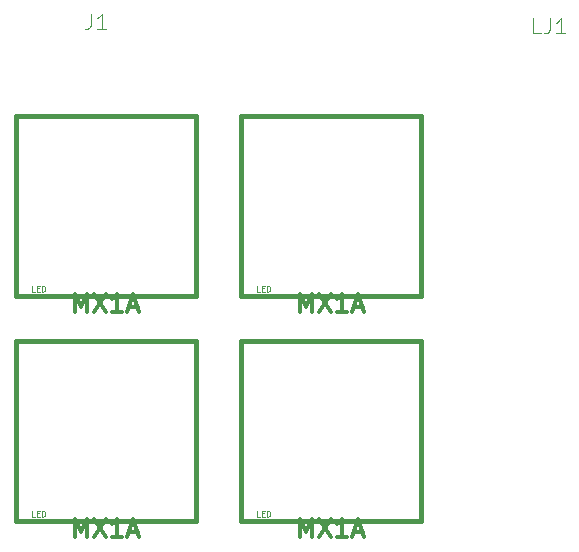
<source format=gbr>
G04 #@! TF.GenerationSoftware,KiCad,Pcbnew,(5.0.2)-1*
G04 #@! TF.CreationDate,2018-12-26T22:17:43-06:00*
G04 #@! TF.ProjectId,AVR6502Tester,41565236-3530-4325-9465-737465722e6b,rev?*
G04 #@! TF.SameCoordinates,Original*
G04 #@! TF.FileFunction,Legend,Top*
G04 #@! TF.FilePolarity,Positive*
%FSLAX46Y46*%
G04 Gerber Fmt 4.6, Leading zero omitted, Abs format (unit mm)*
G04 Created by KiCad (PCBNEW (5.0.2)-1) date 12/26/2018 10:17:43 PM*
%MOMM*%
%LPD*%
G01*
G04 APERTURE LIST*
%ADD10C,0.150000*%
%ADD11C,0.381000*%
%ADD12C,0.088900*%
%ADD13C,0.100000*%
%ADD14C,0.304800*%
G04 APERTURE END LIST*
D10*
G04 #@! TO.C,LED1*
X64770000Y-30480000D02*
X66040000Y-30480000D01*
X66040000Y-30480000D02*
X66040000Y-31750000D01*
X64770000Y-45720000D02*
X66040000Y-45720000D01*
X66040000Y-45720000D02*
X66040000Y-44450000D01*
X50800000Y-44450000D02*
X50800000Y-45720000D01*
X50800000Y-45720000D02*
X52070000Y-45720000D01*
X50800000Y-31750000D02*
X50800000Y-30480000D01*
X50800000Y-30480000D02*
X52070000Y-30480000D01*
G04 #@! TO.C,LED2*
X69850000Y-30480000D02*
X71120000Y-30480000D01*
X69850000Y-31750000D02*
X69850000Y-30480000D01*
X69850000Y-45720000D02*
X71120000Y-45720000D01*
X69850000Y-44450000D02*
X69850000Y-45720000D01*
X85090000Y-45720000D02*
X85090000Y-44450000D01*
X83820000Y-45720000D02*
X85090000Y-45720000D01*
X85090000Y-30480000D02*
X85090000Y-31750000D01*
X83820000Y-30480000D02*
X85090000Y-30480000D01*
G04 #@! TO.C,LED3*
X50800000Y-49530000D02*
X52070000Y-49530000D01*
X50800000Y-50800000D02*
X50800000Y-49530000D01*
X50800000Y-64770000D02*
X52070000Y-64770000D01*
X50800000Y-63500000D02*
X50800000Y-64770000D01*
X66040000Y-64770000D02*
X66040000Y-63500000D01*
X64770000Y-64770000D02*
X66040000Y-64770000D01*
X66040000Y-49530000D02*
X66040000Y-50800000D01*
X64770000Y-49530000D02*
X66040000Y-49530000D01*
G04 #@! TO.C,LED4*
X83820000Y-49530000D02*
X85090000Y-49530000D01*
X85090000Y-49530000D02*
X85090000Y-50800000D01*
X83820000Y-64770000D02*
X85090000Y-64770000D01*
X85090000Y-64770000D02*
X85090000Y-63500000D01*
X69850000Y-63500000D02*
X69850000Y-64770000D01*
X69850000Y-64770000D02*
X71120000Y-64770000D01*
X69850000Y-50800000D02*
X69850000Y-49530000D01*
X69850000Y-49530000D02*
X71120000Y-49530000D01*
D11*
G04 #@! TO.C,S1*
X66040000Y-45720000D02*
X50800000Y-45720000D01*
X50800000Y-45720000D02*
X50800000Y-30480000D01*
X50800000Y-30480000D02*
X66040000Y-30480000D01*
X66040000Y-30480000D02*
X66040000Y-45720000D01*
G04 #@! TO.C,S2*
X85090000Y-30480000D02*
X85090000Y-45720000D01*
X69850000Y-30480000D02*
X85090000Y-30480000D01*
X69850000Y-45720000D02*
X69850000Y-30480000D01*
X85090000Y-45720000D02*
X69850000Y-45720000D01*
G04 #@! TO.C,S3*
X66040000Y-64770000D02*
X50800000Y-64770000D01*
X50800000Y-64770000D02*
X50800000Y-49530000D01*
X50800000Y-49530000D02*
X66040000Y-49530000D01*
X66040000Y-49530000D02*
X66040000Y-64770000D01*
G04 #@! TO.C,S4*
X85090000Y-49530000D02*
X85090000Y-64770000D01*
X69850000Y-49530000D02*
X85090000Y-49530000D01*
X69850000Y-64770000D02*
X69850000Y-49530000D01*
X85090000Y-64770000D02*
X69850000Y-64770000D01*
G04 #@! TO.C,LJ1*
D12*
X95214923Y-23444683D02*
X94610161Y-23444683D01*
X94610161Y-22174683D01*
X96001114Y-22174683D02*
X96001114Y-23081826D01*
X95940638Y-23263255D01*
X95819685Y-23384207D01*
X95638257Y-23444683D01*
X95517304Y-23444683D01*
X97271114Y-23444683D02*
X96545400Y-23444683D01*
X96908257Y-23444683D02*
X96908257Y-22174683D01*
X96787304Y-22356112D01*
X96666352Y-22477064D01*
X96545400Y-22537540D01*
G04 #@! TO.C,J1*
X57133066Y-21793683D02*
X57133066Y-22700826D01*
X57072590Y-22882255D01*
X56951638Y-23003207D01*
X56770209Y-23063683D01*
X56649257Y-23063683D01*
X58403066Y-23063683D02*
X57677352Y-23063683D01*
X58040209Y-23063683D02*
X58040209Y-21793683D01*
X57919257Y-21975112D01*
X57798304Y-22096064D01*
X57677352Y-22156540D01*
G04 #@! TO.C,LED1*
D13*
X52383571Y-45311190D02*
X52145476Y-45311190D01*
X52145476Y-44811190D01*
X52550238Y-45049285D02*
X52716904Y-45049285D01*
X52788333Y-45311190D02*
X52550238Y-45311190D01*
X52550238Y-44811190D01*
X52788333Y-44811190D01*
X53002619Y-45311190D02*
X53002619Y-44811190D01*
X53121666Y-44811190D01*
X53193095Y-44835000D01*
X53240714Y-44882619D01*
X53264523Y-44930238D01*
X53288333Y-45025476D01*
X53288333Y-45096904D01*
X53264523Y-45192142D01*
X53240714Y-45239761D01*
X53193095Y-45287380D01*
X53121666Y-45311190D01*
X53002619Y-45311190D01*
G04 #@! TO.C,LED2*
X71433571Y-45311190D02*
X71195476Y-45311190D01*
X71195476Y-44811190D01*
X71600238Y-45049285D02*
X71766904Y-45049285D01*
X71838333Y-45311190D02*
X71600238Y-45311190D01*
X71600238Y-44811190D01*
X71838333Y-44811190D01*
X72052619Y-45311190D02*
X72052619Y-44811190D01*
X72171666Y-44811190D01*
X72243095Y-44835000D01*
X72290714Y-44882619D01*
X72314523Y-44930238D01*
X72338333Y-45025476D01*
X72338333Y-45096904D01*
X72314523Y-45192142D01*
X72290714Y-45239761D01*
X72243095Y-45287380D01*
X72171666Y-45311190D01*
X72052619Y-45311190D01*
G04 #@! TO.C,LED3*
X52383571Y-64361190D02*
X52145476Y-64361190D01*
X52145476Y-63861190D01*
X52550238Y-64099285D02*
X52716904Y-64099285D01*
X52788333Y-64361190D02*
X52550238Y-64361190D01*
X52550238Y-63861190D01*
X52788333Y-63861190D01*
X53002619Y-64361190D02*
X53002619Y-63861190D01*
X53121666Y-63861190D01*
X53193095Y-63885000D01*
X53240714Y-63932619D01*
X53264523Y-63980238D01*
X53288333Y-64075476D01*
X53288333Y-64146904D01*
X53264523Y-64242142D01*
X53240714Y-64289761D01*
X53193095Y-64337380D01*
X53121666Y-64361190D01*
X53002619Y-64361190D01*
G04 #@! TO.C,LED4*
X71433571Y-64361190D02*
X71195476Y-64361190D01*
X71195476Y-63861190D01*
X71600238Y-64099285D02*
X71766904Y-64099285D01*
X71838333Y-64361190D02*
X71600238Y-64361190D01*
X71600238Y-63861190D01*
X71838333Y-63861190D01*
X72052619Y-64361190D02*
X72052619Y-63861190D01*
X72171666Y-63861190D01*
X72243095Y-63885000D01*
X72290714Y-63932619D01*
X72314523Y-63980238D01*
X72338333Y-64075476D01*
X72338333Y-64146904D01*
X72314523Y-64242142D01*
X72290714Y-64289761D01*
X72243095Y-64337380D01*
X72171666Y-64361190D01*
X72052619Y-64361190D01*
G04 #@! TO.C,S1*
D14*
X55807428Y-47044428D02*
X55807428Y-45520428D01*
X56315428Y-46609000D01*
X56823428Y-45520428D01*
X56823428Y-47044428D01*
X57404000Y-45520428D02*
X58420000Y-47044428D01*
X58420000Y-45520428D02*
X57404000Y-47044428D01*
X59798857Y-47044428D02*
X58928000Y-47044428D01*
X59363428Y-47044428D02*
X59363428Y-45520428D01*
X59218285Y-45738142D01*
X59073142Y-45883285D01*
X58928000Y-45955857D01*
X60379428Y-46609000D02*
X61105142Y-46609000D01*
X60234285Y-47044428D02*
X60742285Y-45520428D01*
X61250285Y-47044428D01*
G04 #@! TO.C,S2*
X74857428Y-47044428D02*
X74857428Y-45520428D01*
X75365428Y-46609000D01*
X75873428Y-45520428D01*
X75873428Y-47044428D01*
X76454000Y-45520428D02*
X77470000Y-47044428D01*
X77470000Y-45520428D02*
X76454000Y-47044428D01*
X78848857Y-47044428D02*
X77978000Y-47044428D01*
X78413428Y-47044428D02*
X78413428Y-45520428D01*
X78268285Y-45738142D01*
X78123142Y-45883285D01*
X77978000Y-45955857D01*
X79429428Y-46609000D02*
X80155142Y-46609000D01*
X79284285Y-47044428D02*
X79792285Y-45520428D01*
X80300285Y-47044428D01*
G04 #@! TO.C,S3*
X55807428Y-66094428D02*
X55807428Y-64570428D01*
X56315428Y-65659000D01*
X56823428Y-64570428D01*
X56823428Y-66094428D01*
X57404000Y-64570428D02*
X58420000Y-66094428D01*
X58420000Y-64570428D02*
X57404000Y-66094428D01*
X59798857Y-66094428D02*
X58928000Y-66094428D01*
X59363428Y-66094428D02*
X59363428Y-64570428D01*
X59218285Y-64788142D01*
X59073142Y-64933285D01*
X58928000Y-65005857D01*
X60379428Y-65659000D02*
X61105142Y-65659000D01*
X60234285Y-66094428D02*
X60742285Y-64570428D01*
X61250285Y-66094428D01*
G04 #@! TO.C,S4*
X74857428Y-66094428D02*
X74857428Y-64570428D01*
X75365428Y-65659000D01*
X75873428Y-64570428D01*
X75873428Y-66094428D01*
X76454000Y-64570428D02*
X77470000Y-66094428D01*
X77470000Y-64570428D02*
X76454000Y-66094428D01*
X78848857Y-66094428D02*
X77978000Y-66094428D01*
X78413428Y-66094428D02*
X78413428Y-64570428D01*
X78268285Y-64788142D01*
X78123142Y-64933285D01*
X77978000Y-65005857D01*
X79429428Y-65659000D02*
X80155142Y-65659000D01*
X79284285Y-66094428D02*
X79792285Y-64570428D01*
X80300285Y-66094428D01*
G04 #@! TD*
M02*

</source>
